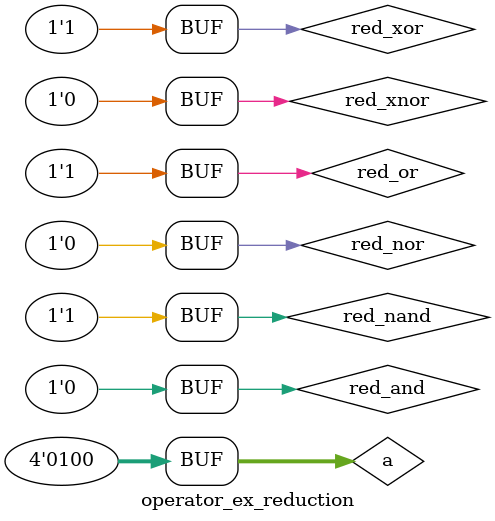
<source format=v>
module operator_ex_reduction();
    reg [3:0] a;
    wire red_and = &a;
    wire red_or = |a;
    wire red_xor = ^a;
    wire red_nand = ~&a;
    wire red_nor = ~|a;
    wire red_xnor = ~^a;

    initial begin 
        $monitor("&: %b; |: %b; ^: %b; ~&: %b; ~|: %b; ~^: %b", red_and, red_or, red_xor, red_nand, red_nor, red_xnor);
        a = 4'b0000;
        #1 a = 4'b0101;
        #1 a = 4'b1111;
        #1 a = 4'b0100;
    end
endmodule
</source>
